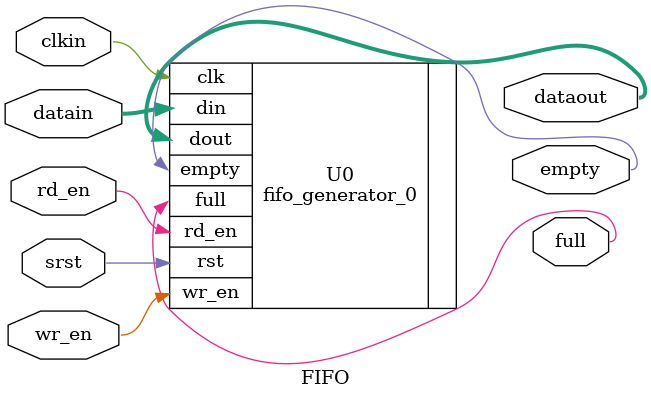
<source format=v>
`timescale 1ns / 1ps


module FIFO(
    input wire clkin,
    input wire srst,
    input wire [7:0] datain,
    input wire wr_en,
    input wire rd_en,
    output wire [7:0] dataout,
    output wire full,
    output wire empty
    );
    
    fifo_generator_0 U0(
      .clk(clkin),
      .rst(srst),
      .din(datain),
      .wr_en(wr_en),
      .rd_en(rd_en),
      .dout(dataout),
      .full(full),
      .empty(empty)
    );
endmodule

</source>
